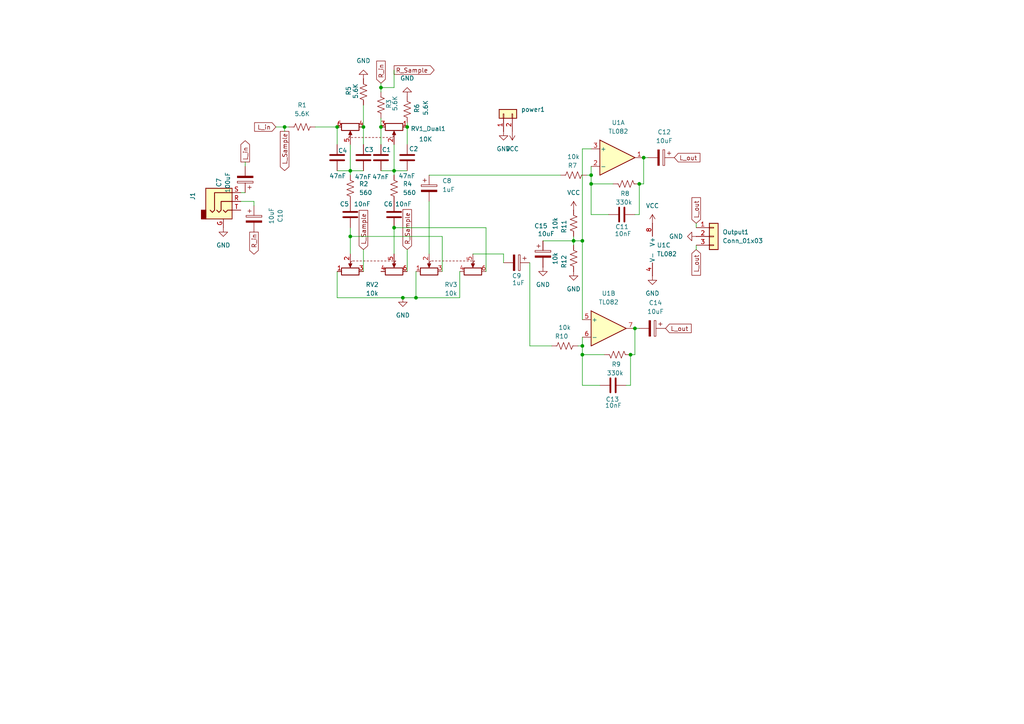
<source format=kicad_sch>
(kicad_sch (version 20231120) (generator "eeschema") (generator_version "8.0")
  (paper "A4")
  (lib_symbols
    (symbol "Amplifier_Operational:TL082" (pin_names (offset 0.127))
      (property "Reference" "U" (at 0 5.08 0))
      (property "Value" "TL082" (at 0 -5.08 0))
      (symbol "TL082_1_1"
        (polyline (pts (xy -5.08 5.08) (xy 5.08 0) (xy -5.08 -5.08) (xy -5.08 5.08)) (stroke (width 0.254)) (fill (type background)))
        (pin output line (at 7.62 0 180) (length 2.54) (name "~") (number "1"))
        (pin input line (at -7.62 -2.54 0) (length 2.54) (name "-") (number "2"))
        (pin input line (at -7.62 2.54 0) (length 2.54) (name "+") (number "3"))
      )
      (symbol "TL082_2_1"
        (polyline (pts (xy -5.08 5.08) (xy 5.08 0) (xy -5.08 -5.08) (xy -5.08 5.08)) (stroke (width 0.254)) (fill (type background)))
        (pin input line (at -7.62 2.54 0) (length 2.54) (name "+") (number "5"))
        (pin input line (at -7.62 -2.54 0) (length 2.54) (name "-") (number "6"))
        (pin output line (at 7.62 0 180) (length 2.54) (name "~") (number "7"))
      )
      (symbol "TL082_3_1"
        (pin power_in line (at -2.54 -7.62 90) (length 3.81) (name "V-") (number "4"))
        (pin power_in line (at -2.54 7.62 270) (length 3.81) (name "V+") (number "8"))
      )
    )
    (symbol "Connector_Audio:AudioJack3_Ground"
      (property "Reference" "J" (at 0 8.89 0))
      (property "Value" "AudioJack3_Ground" (at 0 6.35 0))
      (symbol "AudioJack3_Ground_0_1"
        (rectangle (start -5.08 -2.54) (end -6.35 -5.08) (stroke (width 0.254)) (fill (type outline)))
        (polyline (pts (xy 0 -2.54) (xy 0.635 -3.175) (xy 1.27 -2.54) (xy 2.54 -2.54)) (stroke (width 0.254)))
        (polyline (pts (xy -1.905 -2.54) (xy -1.27 -3.175) (xy -0.635 -2.54) (xy -0.635 0) (xy 2.54 0)) (stroke (width 0.254)))
        (polyline (pts (xy 2.54 2.54) (xy -2.54 2.54) (xy -2.54 -2.54) (xy -3.175 -3.175) (xy -3.81 -2.54)) (stroke (width 0.254)))
        (rectangle (start 2.54 3.81) (end -5.08 -5.08) (stroke (width 0.254)) (fill (type background)))
      )
      (symbol "AudioJack3_Ground_1_1"
        (pin passive line (at 0 -7.62 90) (length 2.54) (name "~") (number "G"))
        (pin passive line (at 5.08 0 180) (length 2.54) (name "~") (number "R"))
        (pin passive line (at 5.08 2.54 180) (length 2.54) (name "~") (number "S"))
        (pin passive line (at 5.08 -2.54 180) (length 2.54) (name "~") (number "T"))
      )
    )
    (symbol "Connector_Generic:Conn_01x02" (pin_names (offset 1.016) hide)
      (property "Reference" "J" (at 0 2.54 0))
      (property "Value" "Conn_01x02" (at 0 -5.08 0))
      (symbol "Conn_01x02_1_1"
        (rectangle (start -1.27 -2.413) (end 0 -2.667) (stroke (width 0.1524)))
        (rectangle (start -1.27 0.127) (end 0 -0.127) (stroke (width 0.1524)))
        (rectangle (start -1.27 1.27) (end 1.27 -3.81) (stroke (width 0.254)) (fill (type background)))
        (pin passive line (at -5.08 0 0) (length 3.81) (name "Pin_1") (number "1"))
        (pin passive line (at -5.08 -2.54 0) (length 3.81) (name "Pin_2") (number "2"))
      )
    )
    (symbol "Connector_Generic:Conn_01x03" (pin_names (offset 1.016) hide)
      (property "Reference" "J" (at 0 5.08 0))
      (property "Value" "Conn_01x03" (at 0 -5.08 0))
      (symbol "Conn_01x03_1_1"
        (rectangle (start -1.27 -2.413) (end 0 -2.667) (stroke (width 0.1524)))
        (rectangle (start -1.27 0.127) (end 0 -0.127) (stroke (width 0.1524)))
        (rectangle (start -1.27 2.667) (end 0 2.413) (stroke (width 0.1524)))
        (rectangle (start -1.27 3.81) (end 1.27 -3.81) (stroke (width 0.254)) (fill (type background)))
        (pin passive line (at -5.08 2.54 0) (length 3.81) (name "Pin_1") (number "1"))
        (pin passive line (at -5.08 0 0) (length 3.81) (name "Pin_2") (number "2"))
        (pin passive line (at -5.08 -2.54 0) (length 3.81) (name "Pin_3") (number "3"))
      )
    )
    (symbol "Device:C" (pin_numbers hide) (pin_names (offset 0.254))
      (property "Reference" "C" (at 0.635 2.54 0))
      (property "Value" "C" (at 0.635 -2.54 0))
      (symbol "C_0_1"
        (polyline (pts (xy -2.032 -0.762) (xy 2.032 -0.762)) (stroke (width 0.508)))
        (polyline (pts (xy -2.032 0.762) (xy 2.032 0.762)) (stroke (width 0.508)))
      )
      (symbol "C_1_1"
        (pin passive line (at 0 3.81 270) (length 2.794) (name "~") (number "1"))
        (pin passive line (at 0 -3.81 90) (length 2.794) (name "~") (number "2"))
      )
    )
    (symbol "Device:C_Polarized" (pin_numbers hide) (pin_names (offset 0.254))
      (property "Reference" "C" (at 0.635 2.54 0))
      (property "Value" "C_Polarized" (at 0.635 -2.54 0))
      (symbol "C_Polarized_0_1"
        (rectangle (start -2.286 0.508) (end 2.286 1.016))
        (polyline (pts (xy -1.778 2.286) (xy -0.762 2.286)))
        (polyline (pts (xy -1.27 2.794) (xy -1.27 1.778)))
        (rectangle (start 2.286 -0.508) (end -2.286 -1.016) (fill (type outline)))
      )
      (symbol "C_Polarized_1_1"
        (pin passive line (at 0 3.81 270) (length 2.794) (name "~") (number "1"))
        (pin passive line (at 0 -3.81 90) (length 2.794) (name "~") (number "2"))
      )
    )
    (symbol "Device:R_Potentiometer_Dual" (pin_names (offset 1.016) hide)
      (property "Reference" "RV" (at 0 3.81 0))
      (property "Value" "R_Potentiometer_Dual" (at 0 1.905 0))
      (symbol "R_Potentiometer_Dual_0_1"
        (rectangle (start -8.89 -1.524) (end -3.81 -3.556) (stroke (width 0.254)))
        (polyline (pts (xy -6.35 0) (xy -6.35 -1.016)))
        (polyline (pts (xy -6.35 0) (xy -6.35 -1.016)))
        (polyline (pts (xy -6.35 0) (xy -5.842 0.508)))
        (polyline (pts (xy -5.588 0.508) (xy -5.08 0.508)))
        (polyline (pts (xy -4.572 0.508) (xy -4.064 0.508)))
        (polyline (pts (xy -3.556 0.508) (xy -3.048 0.508)))
        (polyline (pts (xy -2.54 0.508) (xy -2.032 0.508)))
        (polyline (pts (xy -1.524 0.508) (xy -1.016 0.508)))
        (polyline (pts (xy -0.508 0.508) (xy 0 0.508)))
        (polyline (pts (xy 0.508 0.508) (xy 1.016 0.508)))
        (polyline (pts (xy 1.524 0.508) (xy 2.032 0.508)))
        (polyline (pts (xy 2.54 0.508) (xy 3.048 0.508)))
        (polyline (pts (xy 3.556 0.508) (xy 4.064 0.508)))
        (polyline (pts (xy 4.572 0.508) (xy 5.08 0.508)))
        (polyline (pts (xy 5.588 0.508) (xy 6.096 0.508)))
        (polyline (pts (xy 6.35 0) (xy 6.35 -1.016)))
        (polyline (pts (xy 6.35 0) (xy 6.35 -1.016)))
        (polyline (pts (xy 6.604 0.508) (xy 6.858 0.508) (xy 6.35 0)))
        (polyline (pts (xy -6.35 -1.397) (xy -6.858 -0.254) (xy -5.842 -0.254) (xy -6.35 -1.397)) (fill (type outline)))
        (polyline (pts (xy 6.35 -1.397) (xy 5.842 -0.254) (xy 6.858 -0.254) (xy 6.35 -1.397)) (fill (type outline)))
        (rectangle (start 3.81 -1.524) (end 8.89 -3.556) (stroke (width 0.254)))
      )
      (symbol "R_Potentiometer_Dual_1_1"
        (pin passive line (at -10.16 -2.54 0) (length 1.27) (name "1") (number "1"))
        (pin passive line (at -6.35 2.54 270) (length 2.54) (name "2") (number "2"))
        (pin passive line (at -2.54 -2.54 180) (length 1.27) (name "3") (number "3"))
        (pin passive line (at 2.54 -2.54 0) (length 1.27) (name "4") (number "4"))
        (pin passive line (at 6.35 2.54 270) (length 2.54) (name "5") (number "5"))
        (pin passive line (at 10.16 -2.54 180) (length 1.27) (name "6") (number "6"))
      )
    )
    (symbol "Device:R_US" (pin_numbers hide) (pin_names (offset 0))
      (property "Reference" "R" (at 2.54 0 90))
      (property "Value" "R_US" (at -2.54 0 90))
      (symbol "R_US_0_1"
        (polyline (pts (xy 0 -2.286) (xy 0 -2.54)))
        (polyline (pts (xy 0 2.286) (xy 0 2.54)))
        (polyline (pts (xy 0 -0.762) (xy 1.016 -1.143) (xy 0 -1.524) (xy -1.016 -1.905) (xy 0 -2.286)))
        (polyline (pts (xy 0 0.762) (xy 1.016 0.381) (xy 0 0) (xy -1.016 -0.381) (xy 0 -0.762)))
        (polyline (pts (xy 0 2.286) (xy 1.016 1.905) (xy 0 1.524) (xy -1.016 1.143) (xy 0 0.762)))
      )
      (symbol "R_US_1_1"
        (pin passive line (at 0 3.81 270) (length 1.27) (name "~") (number "1"))
        (pin passive line (at 0 -3.81 90) (length 1.27) (name "~") (number "2"))
      )
    )
    (symbol "power:GND" (power) (pin_numbers hide) (pin_names (offset 0) hide)
      (property "Value" "GND" (at 0 -3.81 0))
      (symbol "GND_0_1"
        (polyline (pts (xy 0 0) (xy 0 -1.27) (xy 1.27 -1.27) (xy 0 -2.54) (xy -1.27 -1.27) (xy 0 -1.27)))
      )
      (symbol "GND_1_1"
        (pin power_in line (at 0 0 270) (length 0) (name "~") (number "1"))
      )
    )
    (symbol "power:VCC" (power) (pin_numbers hide) (pin_names (offset 0) hide)
      (property "Value" "VCC" (at 0 3.556 0))
      (symbol "VCC_0_1"
        (polyline (pts (xy -0.762 1.27) (xy 0 2.54)))
        (polyline (pts (xy 0 0) (xy 0 2.54)))
        (polyline (pts (xy 0 2.54) (xy 0.762 1.27)))
      )
      (symbol "VCC_1_1"
        (pin power_in line (at 0 0 90) (length 0) (name "~") (number "1"))
      )
    )
  )
  (junction (at 82.55 36.83))
  (junction (at 171.45 53.34))
  (junction (at 105.41 36.83))
  (junction (at 114.3 66.04))
  (junction (at 186.69 45.72))
  (junction (at 166.37 69.85))
  (junction (at 171.45 50.8))
  (junction (at 118.11 36.83))
  (junction (at 168.91 100.33))
  (junction (at 116.84 86.36))
  (junction (at 168.91 69.85))
  (junction (at 184.15 95.25))
  (junction (at 114.3 49.53))
  (junction (at 97.79 36.83))
  (junction (at 185.42 53.34))
  (junction (at 182.88 102.87))
  (junction (at 110.49 36.83))
  (junction (at 101.6 49.53))
  (junction (at 101.6 68.58))
  (junction (at 168.91 102.87))
  (junction (at 120.65 86.36))
  (junction (at 110.49 25.4))
  (wire (pts (xy 167.64 100.33) (xy 168.91 100.33)))
  (wire (pts (xy 114.3 41.91) (xy 114.3 49.53)))
  (wire (pts (xy 120.65 86.36) (xy 133.35 86.36)))
  (wire (pts (xy 110.49 25.4) (xy 110.49 26.67)))
  (wire (pts (xy 166.37 68.58) (xy 166.37 69.85)))
  (wire (pts (xy 170.18 50.8) (xy 171.45 50.8)))
  (wire (pts (xy 82.55 36.83) (xy 83.82 36.83)))
  (wire (pts (xy 118.11 35.56) (xy 118.11 36.83)))
  (wire (pts (xy 184.15 95.25) (xy 184.15 102.87)))
  (wire (pts (xy 97.79 86.36) (xy 97.79 78.74)))
  (wire (pts (xy 114.3 49.53) (xy 114.3 50.8)))
  (wire (pts (xy 166.37 69.85) (xy 166.37 71.12)))
  (wire (pts (xy 110.49 34.29) (xy 110.49 36.83)))
  (wire (pts (xy 114.3 25.4) (xy 110.49 25.4)))
  (wire (pts (xy 168.91 69.85) (xy 166.37 69.85)))
  (wire (pts (xy 160.02 100.33) (xy 153.67 100.33)))
  (wire (pts (xy 186.69 45.72) (xy 186.69 53.34)))
  (wire (pts (xy 80.01 36.83) (xy 82.55 36.83)))
  (wire (pts (xy 105.41 36.83) (xy 105.41 41.91)))
  (wire (pts (xy 128.27 68.58) (xy 101.6 68.58)))
  (wire (pts (xy 91.44 36.83) (xy 97.79 36.83)))
  (wire (pts (xy 124.46 58.42) (xy 124.46 73.66)))
  (wire (pts (xy 118.11 72.39) (xy 118.11 78.74)))
  (wire (pts (xy 82.55 38.1) (xy 82.55 36.83)))
  (wire (pts (xy 168.91 111.76) (xy 173.99 111.76)))
  (wire (pts (xy 73.66 59.69) (xy 73.66 58.42)))
  (wire (pts (xy 171.45 50.8) (xy 171.45 53.34)))
  (wire (pts (xy 168.91 92.71) (xy 168.91 69.85)))
  (wire (pts (xy 105.41 30.48) (xy 105.41 36.83)))
  (wire (pts (xy 182.88 102.87) (xy 182.88 111.76)))
  (wire (pts (xy 69.85 55.88) (xy 71.12 55.88)))
  (wire (pts (xy 185.42 53.34) (xy 185.42 62.23)))
  (wire (pts (xy 114.3 66.04) (xy 114.3 73.66)))
  (wire (pts (xy 110.49 36.83) (xy 110.49 41.91)))
  (wire (pts (xy 101.6 41.91) (xy 101.6 49.53)))
  (wire (pts (xy 137.16 73.66) (xy 146.05 73.66)))
  (wire (pts (xy 186.69 53.34) (xy 185.42 53.34)))
  (wire (pts (xy 114.3 20.32) (xy 114.3 25.4)))
  (wire (pts (xy 171.45 62.23) (xy 176.53 62.23)))
  (wire (pts (xy 185.42 62.23) (xy 184.15 62.23)))
  (wire (pts (xy 182.88 111.76) (xy 181.61 111.76)))
  (wire (pts (xy 177.8 53.34) (xy 171.45 53.34)))
  (wire (pts (xy 97.79 49.53) (xy 101.6 49.53)))
  (wire (pts (xy 105.41 72.39) (xy 105.41 78.74)))
  (wire (pts (xy 120.65 86.36) (xy 116.84 86.36)))
  (wire (pts (xy 184.15 95.25) (xy 185.42 95.25)))
  (wire (pts (xy 101.6 49.53) (xy 105.41 49.53)))
  (wire (pts (xy 124.46 50.8) (xy 162.56 50.8)))
  (wire (pts (xy 168.91 43.18) (xy 168.91 69.85)))
  (wire (pts (xy 97.79 36.83) (xy 97.79 41.91)))
  (wire (pts (xy 101.6 66.04) (xy 101.6 68.58)))
  (wire (pts (xy 140.97 66.04) (xy 114.3 66.04)))
  (wire (pts (xy 128.27 68.58) (xy 128.27 78.74)))
  (wire (pts (xy 110.49 49.53) (xy 114.3 49.53)))
  (wire (pts (xy 118.11 41.91) (xy 118.11 36.83)))
  (wire (pts (xy 146.05 73.66) (xy 146.05 76.2)))
  (wire (pts (xy 133.35 78.74) (xy 133.35 86.36)))
  (wire (pts (xy 153.67 100.33) (xy 153.67 76.2)))
  (wire (pts (xy 120.65 78.74) (xy 120.65 86.36)))
  (wire (pts (xy 140.97 66.04) (xy 140.97 78.74)))
  (wire (pts (xy 157.48 69.85) (xy 166.37 69.85)))
  (wire (pts (xy 171.45 43.18) (xy 168.91 43.18)))
  (wire (pts (xy 175.26 102.87) (xy 168.91 102.87)))
  (wire (pts (xy 201.93 72.39) (xy 201.93 71.12)))
  (wire (pts (xy 184.15 102.87) (xy 182.88 102.87)))
  (wire (pts (xy 69.85 58.42) (xy 73.66 58.42)))
  (wire (pts (xy 101.6 68.58) (xy 101.6 73.66)))
  (wire (pts (xy 186.69 45.72) (xy 187.96 45.72)))
  (wire (pts (xy 168.91 102.87) (xy 168.91 111.76)))
  (wire (pts (xy 114.3 49.53) (xy 118.11 49.53)))
  (wire (pts (xy 101.6 49.53) (xy 101.6 50.8)))
  (wire (pts (xy 116.84 86.36) (xy 97.79 86.36)))
  (wire (pts (xy 168.91 100.33) (xy 168.91 102.87)))
  (wire (pts (xy 110.49 24.13) (xy 110.49 25.4)))
  (wire (pts (xy 168.91 100.33) (xy 168.91 97.79)))
  (wire (pts (xy 71.12 46.99) (xy 71.12 48.26)))
  (wire (pts (xy 171.45 50.8) (xy 171.45 48.26)))
  (wire (pts (xy 201.93 64.77) (xy 201.93 66.04)))
  (wire (pts (xy 171.45 53.34) (xy 171.45 62.23)))
  (global_label "L_in" (shape output) (at 71.12 46.99 90) (property "Intersheetrefs" "${INTERSHEET_REFS}" (effects (hide yes))))
  (global_label "R_Sample" (shape output) (at 114.3 20.32 0) (property "Intersheetrefs" "${INTERSHEET_REFS}" (effects (hide yes))))
  (global_label "L_Sample" (shape output) (at 82.55 38.1 270) (property "Intersheetrefs" "${INTERSHEET_REFS}" (effects (hide yes))))
  (global_label "R_in" (shape output) (at 73.66 67.31 270) (property "Intersheetrefs" "${INTERSHEET_REFS}" (effects (hide yes))))
  (global_label "L_in" (shape input) (at 80.01 36.83 180) (property "Intersheetrefs" "${INTERSHEET_REFS}" (effects (hide yes))))
  (global_label "R_in" (shape input) (at 110.49 24.13 90) (property "Intersheetrefs" "${INTERSHEET_REFS}" (effects (hide yes))))
  (global_label "L_out" (shape input) (at 201.93 72.39 270) (property "Intersheetrefs" "${INTERSHEET_REFS}" (effects (hide yes))))
  (global_label "L_Sample" (shape input) (at 105.41 72.39 90) (property "Intersheetrefs" "${INTERSHEET_REFS}" (effects (hide yes))))
  (global_label "L_out" (shape input) (at 195.58 45.72 0) (property "Intersheetrefs" "${INTERSHEET_REFS}" (effects (hide yes))))
  (global_label "R_Sample" (shape input) (at 118.11 72.39 90) (property "Intersheetrefs" "${INTERSHEET_REFS}" (effects (hide yes))))
  (global_label "L_out" (shape input) (at 193.04 95.25 0) (property "Intersheetrefs" "${INTERSHEET_REFS}" (effects (hide yes))))
  (global_label "L_out" (shape input) (at 201.93 64.77 90) (property "Intersheetrefs" "${INTERSHEET_REFS}" (effects (hide yes))))
  (symbol (lib_id "Device:R_US") (at 105.41 26.67 180) (unit 1)
    (property "Reference" "R5" (at 101.092 27.686 90) (effects (justify right)))
    (property "Value" "5.6K" (at 103.124 28.702 90) (effects (justify right)))
    (property "Description" "Resistor, US symbol" (effects (hide yes)))
  )
  (symbol (lib_id "power:VCC") (at 189.23 64.77 0) (unit 1)
    (property "Reference" "#PWR09" (effects (hide yes)))
    (property "Value" "VCC" (at 189.23 59.69 0))
    (property "Description" "Power symbol creates a global label with name \"VCC\"" (effects (hide yes)))
  )
  (symbol (lib_id "Device:C") (at 180.34 62.23 90) (unit 1)
    (property "Reference" "C11" (at 182.372 65.786 90) (effects (justify left)))
    (property "Value" "10nF" (at 183.134 67.818 90) (effects (justify left)))
    (property "Description" "Unpolarized capacitor" (effects (hide yes)))
  )
  (symbol (lib_id "Device:R_US") (at 101.6 54.61 180) (unit 1)
    (property "Reference" "R2" (at 104.14 53.3399 0) (effects (justify right)))
    (property "Value" "560" (at 104.14 55.8799 0) (effects (justify right)))
    (property "Description" "Resistor, US symbol" (effects (hide yes)))
  )
  (symbol (lib_id "Connector_Generic:Conn_01x02") (at 146.05 33.02 90) (unit 1)
    (property "Reference" "power1" (at 151.13 31.7499 90) (effects (justify right)))
    (property "Value" "Conn_01x02" (effects (hide yes)))
    (property "Description" "Generic connector, single row, 01x02, script generated (kicad-library-utils/schlib/autogen/connector/)" (effects (hide yes)))
  )
  (symbol (lib_id "Device:R_US") (at 166.37 50.8 270) (unit 1)
    (property "Reference" "R7" (at 167.386 48.006 90) (effects (justify right)))
    (property "Value" "10k" (at 168.148 45.466 90) (effects (justify right)))
    (property "Description" "Resistor, US symbol" (effects (hide yes)))
  )
  (symbol (lib_id "Device:C_Polarized") (at 149.86 76.2 270) (unit 1)
    (property "Reference" "C9" (at 149.86 80.01 90))
    (property "Value" "1uF" (at 150.368 82.042 90))
    (property "Description" "Polarized capacitor" (effects (hide yes)))
  )
  (symbol (lib_id "Device:C") (at 105.41 45.72 0) (unit 1)
    (property "Reference" "C3" (at 105.664 43.434 0) (effects (justify left)))
    (property "Value" "47nF" (at 102.87 51.308 0) (effects (justify left)))
    (property "Description" "Unpolarized capacitor" (effects (hide yes)))
  )
  (symbol (lib_id "Device:R_US") (at 87.63 36.83 270) (unit 1)
    (property "Reference" "R1" (at 87.63 30.48 90))
    (property "Value" "5.6K" (at 87.63 33.02 90))
    (property "Description" "Resistor, US symbol" (effects (hide yes)))
  )
  (symbol (lib_id "Device:C_Polarized") (at 189.23 95.25 270) (unit 1)
    (property "Reference" "C14" (at 190.119 87.8285 90))
    (property "Value" "10uF" (at 190.119 90.3685 90))
    (property "Description" "Polarized capacitor" (effects (hide yes)))
  )
  (symbol (lib_id "Device:C") (at 97.79 45.72 0) (unit 1)
    (property "Reference" "C4" (at 98.044 43.688 0) (effects (justify left)))
    (property "Value" "47nF" (at 95.504 51.054 0) (effects (justify left)))
    (property "Description" "Unpolarized capacitor" (effects (hide yes)))
  )
  (symbol (lib_id "Amplifier_Operational:TL082") (at 191.77 72.39 0) (unit 3)
    (property "Reference" "U1" (at 190.5 71.1199 0) (effects (justify left)))
    (property "Value" "TL082" (at 190.5 73.6599 0) (effects (justify left)))
    (property "Datasheet" "http://www.ti.com/lit/ds/symlink/tl081.pdf" (effects (hide yes)))
    (property "Description" "Dual JFET-Input Operational Amplifiers, DIP-8/SOIC-8/SSOP-8" (effects (hide yes)))
  )
  (symbol (lib_id "Device:C_Polarized") (at 157.48 73.66 0) (unit 1)
    (property "Reference" "C15" (at 154.94 65.532 0) (effects (justify left)))
    (property "Value" "10uF" (at 155.956 67.818 0) (effects (justify left)))
    (property "Description" "Polarized capacitor" (effects (hide yes)))
  )
  (symbol (lib_id "Device:C") (at 114.3 62.23 0) (unit 1)
    (property "Reference" "C6" (at 111.252 59.182 0) (effects (justify left)))
    (property "Value" "10nF" (at 114.554 59.182 0) (effects (justify left)))
    (property "Description" "Unpolarized capacitor" (effects (hide yes)))
  )
  (symbol (lib_id "Device:C_Polarized") (at 73.66 63.5 0) (unit 1)
    (property "Reference" "C10" (at 81.28 62.611 90))
    (property "Value" "10uF" (at 78.74 62.611 90))
    (property "Description" "Polarized capacitor" (effects (hide yes)))
  )
  (symbol (lib_id "power:GND") (at 157.48 77.47 0) (unit 1)
    (property "Reference" "#PWR07" (effects (hide yes)))
    (property "Value" "GND" (at 157.48 82.55 0))
    (property "Description" "Power symbol creates a global label with name \"GND\" , ground" (effects (hide yes)))
  )
  (symbol (lib_id "Device:C") (at 101.6 62.23 0) (unit 1)
    (property "Reference" "C5" (at 98.552 59.182 0) (effects (justify left)))
    (property "Value" "10nF" (at 102.616 59.182 0) (effects (justify left)))
    (property "Description" "Unpolarized capacitor" (effects (hide yes)))
  )
  (symbol (lib_id "power:VCC") (at 166.37 60.96 0) (unit 1)
    (property "Reference" "#PWR05" (effects (hide yes)))
    (property "Value" "VCC" (at 166.37 55.88 0))
    (property "Description" "Power symbol creates a global label with name \"VCC\"" (effects (hide yes)))
  )
  (symbol (lib_id "Device:R_US") (at 181.61 53.34 270) (mirror x) (unit 1)
    (property "Reference" "R8" (at 182.626 56.134 90) (effects (justify right)))
    (property "Value" "330k" (at 183.388 58.674 90) (effects (justify right)))
    (property "Description" "Resistor, US symbol" (effects (hide yes)))
  )
  (symbol (lib_id "Device:R_US") (at 163.83 100.33 270) (unit 1)
    (property "Reference" "R10" (at 164.846 97.536 90) (effects (justify right)))
    (property "Value" "10k" (at 165.608 94.996 90) (effects (justify right)))
    (property "Description" "Resistor, US symbol" (effects (hide yes)))
  )
  (symbol (lib_id "Device:C_Polarized") (at 191.77 45.72 270) (unit 1)
    (property "Reference" "C12" (at 192.659 38.2985 90))
    (property "Value" "10uF" (at 192.659 40.8385 90))
    (property "Description" "Polarized capacitor" (effects (hide yes)))
  )
  (symbol (lib_id "Device:R_US") (at 166.37 74.93 0) (unit 1)
    (property "Reference" "R12" (at 163.576 73.914 90) (effects (justify right)))
    (property "Value" "10k" (at 161.036 73.152 90) (effects (justify right)))
    (property "Description" "Resistor, US symbol" (effects (hide yes)))
  )
  (symbol (lib_id "power:GND") (at 105.41 22.86 180) (unit 1)
    (property "Reference" "#PWR04" (effects (hide yes)))
    (property "Value" "GND" (at 105.41 17.6219 0))
    (property "Description" "Power symbol creates a global label with name \"GND\" , ground" (effects (hide yes)))
  )
  (symbol (lib_id "Device:R_Potentiometer_Dual") (at 130.81 76.2 0) (unit 1)
    (property "Reference" "RV3" (at 130.81 82.55 0))
    (property "Value" "10k" (at 130.81 85.09 0))
    (property "Description" "Dual potentiometer" (effects (hide yes)))
  )
  (symbol (lib_id "Device:R_US") (at 114.3 54.61 180) (unit 1)
    (property "Reference" "R4" (at 116.84 53.3399 0) (effects (justify right)))
    (property "Value" "560" (at 116.84 55.8799 0) (effects (justify right)))
    (property "Description" "Resistor, US symbol" (effects (hide yes)))
  )
  (symbol (lib_id "Connector_Generic:Conn_01x03") (at 207.01 68.58 0) (unit 1)
    (property "Reference" "Output1" (at 209.55 67.3099 0) (effects (justify left)))
    (property "Value" "Conn_01x03" (at 209.55 69.8499 0) (effects (justify left)))
    (property "Description" "Generic connector, single row, 01x03, script generated (kicad-library-utils/schlib/autogen/connector/)" (effects (hide yes)))
  )
  (symbol (lib_id "Device:C") (at 118.11 45.72 0) (unit 1)
    (property "Reference" "C2" (at 118.618 43.18 0) (effects (justify left)))
    (property "Value" "47nF" (at 115.57 51.054 0) (effects (justify left)))
    (property "Description" "Unpolarized capacitor" (effects (hide yes)))
  )
  (symbol (lib_id "Device:C") (at 110.49 45.72 0) (unit 1)
    (property "Reference" "C1" (at 110.744 43.434 0) (effects (justify left)))
    (property "Value" "47nF" (at 107.95 51.308 0) (effects (justify left)))
    (property "Description" "Unpolarized capacitor" (effects (hide yes)))
  )
  (symbol (lib_id "Device:R_US") (at 179.07 102.87 270) (mirror x) (unit 1)
    (property "Reference" "R9" (at 180.086 105.664 90) (effects (justify right)))
    (property "Value" "330k" (at 180.848 108.204 90) (effects (justify right)))
    (property "Description" "Resistor, US symbol" (effects (hide yes)))
  )
  (symbol (lib_id "power:GND") (at 189.23 80.01 0) (unit 1)
    (property "Reference" "#PWR08" (effects (hide yes)))
    (property "Value" "GND" (at 189.23 85.09 0))
    (property "Description" "Power symbol creates a global label with name \"GND\" , ground" (effects (hide yes)))
  )
  (symbol (lib_id "power:VCC") (at 148.59 38.1 180) (unit 1)
    (property "Reference" "#PWR010" (effects (hide yes)))
    (property "Value" "VCC" (at 148.59 43.18 0))
    (property "Description" "Power symbol creates a global label with name \"VCC\"" (effects (hide yes)))
  )
  (symbol (lib_id "power:GND") (at 64.77 66.04 0) (unit 1)
    (property "Reference" "#PWR01" (effects (hide yes)))
    (property "Value" "GND" (at 64.77 71.12 0))
    (property "Description" "Power symbol creates a global label with name \"GND\" , ground" (effects (hide yes)))
  )
  (symbol (lib_id "Device:R_Potentiometer_Dual") (at 107.95 76.2 0) (unit 1)
    (property "Reference" "RV2" (at 107.95 82.55 0))
    (property "Value" "10k" (at 107.95 85.09 0))
    (property "Description" "Dual potentiometer" (effects (hide yes)))
  )
  (symbol (lib_id "Device:R_US") (at 166.37 64.77 0) (unit 1)
    (property "Reference" "R11" (at 163.576 63.754 90) (effects (justify right)))
    (property "Value" "10k" (at 161.036 62.992 90) (effects (justify right)))
    (property "Description" "Resistor, US symbol" (effects (hide yes)))
  )
  (symbol (lib_id "Connector_Audio:AudioJack3_Ground") (at 64.77 58.42 0) (unit 1)
    (property "Reference" "J1" (at 55.88 56.896 90))
    (property "Value" "AudioJack3_Ground" (effects (hide yes)))
    (property "Description" "Audio Jack, 3 Poles (Stereo / TRS), Grounded Sleeve" (effects (hide yes)))
  )
  (symbol (lib_id "Device:R_US") (at 118.11 31.75 180) (unit 1)
    (property "Reference" "R6" (at 120.904 32.766 90) (effects (justify right)))
    (property "Value" "5.6K" (at 123.444 33.528 90) (effects (justify right)))
    (property "Description" "Resistor, US symbol" (effects (hide yes)))
  )
  (symbol (lib_id "power:GND") (at 166.37 78.74 0) (unit 1)
    (property "Reference" "#PWR06" (effects (hide yes)))
    (property "Value" "GND" (at 166.37 83.82 0))
    (property "Description" "Power symbol creates a global label with name \"GND\" , ground" (effects (hide yes)))
  )
  (symbol (lib_id "Device:C_Polarized") (at 71.12 52.07 180) (unit 1)
    (property "Reference" "C7" (at 63.5 52.959 90))
    (property "Value" "100uF" (at 66.04 52.959 90))
    (property "Description" "Polarized capacitor" (effects (hide yes)))
  )
  (symbol (lib_id "Amplifier_Operational:TL082") (at 176.53 95.25 0) (unit 2)
    (property "Reference" "U1" (at 176.53 85.09 0))
    (property "Value" "TL082" (at 176.53 87.63 0))
    (property "Datasheet" "http://www.ti.com/lit/ds/symlink/tl081.pdf" (effects (hide yes)))
    (property "Description" "Dual JFET-Input Operational Amplifiers, DIP-8/SOIC-8/SSOP-8" (effects (hide yes)))
  )
  (symbol (lib_id "Device:R_Potentiometer_Dual") (at 107.95 39.37 180) (unit 1)
    (property "Reference" "RV1_Dual1" (at 124.206 37.338 0))
    (property "Value" "10K" (at 123.444 40.386 0))
    (property "Description" "Dual potentiometer" (effects (hide yes)))
  )
  (symbol (lib_id "Device:C_Polarized") (at 124.46 54.61 0) (unit 1)
    (property "Reference" "C8" (at 128.27 52.4509 0) (effects (justify left)))
    (property "Value" "1uF" (at 128.27 54.9909 0) (effects (justify left)))
    (property "Description" "Polarized capacitor" (effects (hide yes)))
  )
  (symbol (lib_id "power:GND") (at 201.93 68.58 270) (unit 1)
    (property "Reference" "#PWR012" (effects (hide yes)))
    (property "Value" "GND" (at 198.12 68.5799 90) (effects (justify right)))
    (property "Description" "Power symbol creates a global label with name \"GND\" , ground" (effects (hide yes)))
  )
  (symbol (lib_id "Device:C") (at 177.8 111.76 90) (unit 1)
    (property "Reference" "C13" (at 179.578 115.824 90) (effects (justify left)))
    (property "Value" "10nF" (at 180.34 117.602 90) (effects (justify left)))
    (property "Description" "Unpolarized capacitor" (effects (hide yes)))
  )
  (symbol (lib_id "power:GND") (at 146.05 38.1 0) (unit 1)
    (property "Reference" "#PWR011" (effects (hide yes)))
    (property "Value" "GND" (at 146.05 43.18 0))
    (property "Description" "Power symbol creates a global label with name \"GND\" , ground" (effects (hide yes)))
  )
  (symbol (lib_id "Device:R_US") (at 110.49 30.48 180) (unit 1)
    (property "Reference" "R3" (at 112.776 31.496 90) (effects (justify right)))
    (property "Value" "5.6K" (at 114.554 32.258 90) (effects (justify right)))
    (property "Description" "Resistor, US symbol" (effects (hide yes)))
  )
  (symbol (lib_id "power:GND") (at 116.84 86.36 0) (unit 1)
    (property "Reference" "#PWR02" (effects (hide yes)))
    (property "Value" "GND" (at 116.84 91.44 0))
    (property "Description" "Power symbol creates a global label with name \"GND\" , ground" (effects (hide yes)))
  )
  (symbol (lib_id "power:GND") (at 118.11 27.94 180) (unit 1)
    (property "Reference" "#PWR03" (effects (hide yes)))
    (property "Value" "GND" (at 118.11 22.7019 0))
    (property "Description" "Power symbol creates a global label with name \"GND\" , ground" (effects (hide yes)))
  )
  (symbol (lib_id "Amplifier_Operational:TL082") (at 179.07 45.72 0) (unit 1)
    (property "Reference" "U1" (at 179.324 35.56 0))
    (property "Value" "TL082" (at 179.324 38.1 0))
    (property "Datasheet" "http://www.ti.com/lit/ds/symlink/tl081.pdf" (effects (hide yes)))
    (property "Description" "Dual JFET-Input Operational Amplifiers, DIP-8/SOIC-8/SSOP-8" (effects (hide yes)))
  )
)
</source>
